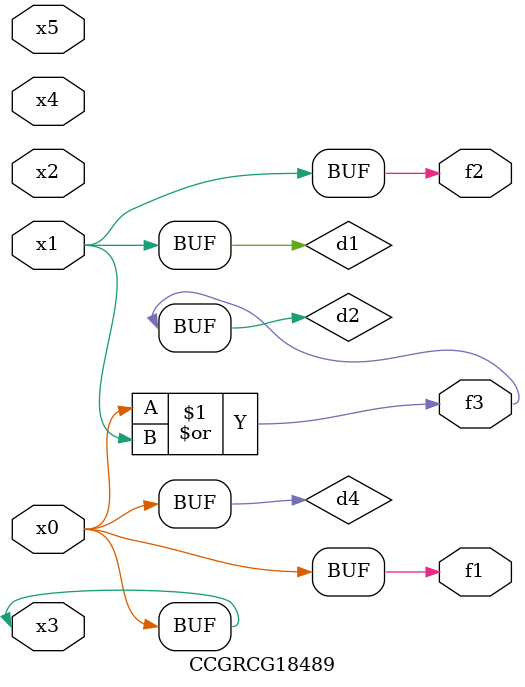
<source format=v>
module CCGRCG18489(
	input x0, x1, x2, x3, x4, x5,
	output f1, f2, f3
);

	wire d1, d2, d3, d4;

	and (d1, x1);
	or (d2, x0, x1);
	nand (d3, x0, x5);
	buf (d4, x0, x3);
	assign f1 = d4;
	assign f2 = d1;
	assign f3 = d2;
endmodule

</source>
